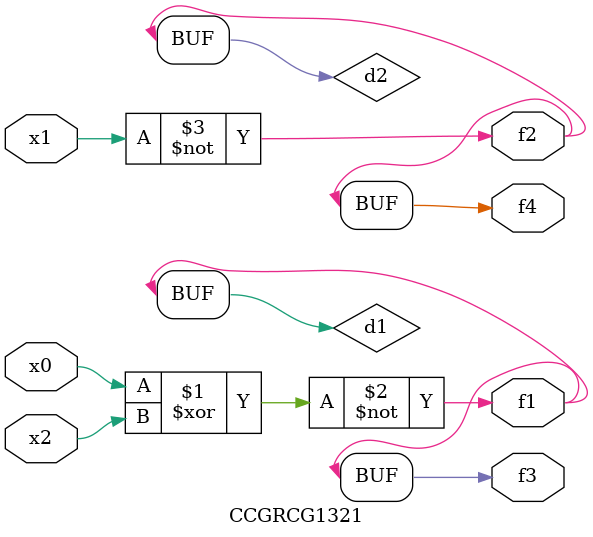
<source format=v>
module CCGRCG1321(
	input x0, x1, x2,
	output f1, f2, f3, f4
);

	wire d1, d2, d3;

	xnor (d1, x0, x2);
	nand (d2, x1);
	nor (d3, x1, x2);
	assign f1 = d1;
	assign f2 = d2;
	assign f3 = d1;
	assign f4 = d2;
endmodule

</source>
